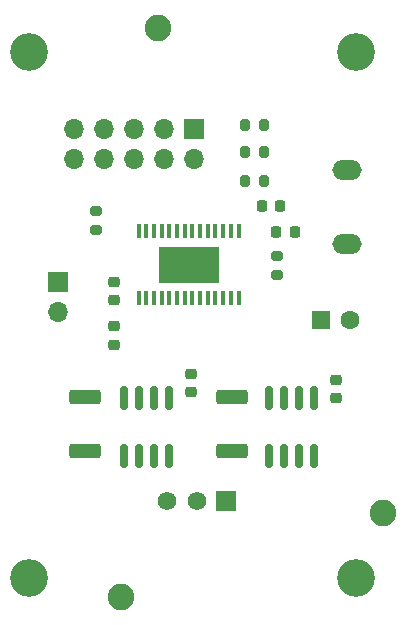
<source format=gbr>
%TF.GenerationSoftware,KiCad,Pcbnew,8.0.5*%
%TF.CreationDate,2025-12-29T14:40:48-06:00*%
%TF.ProjectId,FOC_DV,464f435f-4456-42e6-9b69-6361645f7063,rev?*%
%TF.SameCoordinates,Original*%
%TF.FileFunction,Soldermask,Top*%
%TF.FilePolarity,Negative*%
%FSLAX46Y46*%
G04 Gerber Fmt 4.6, Leading zero omitted, Abs format (unit mm)*
G04 Created by KiCad (PCBNEW 8.0.5) date 2025-12-29 14:40:48*
%MOMM*%
%LPD*%
G01*
G04 APERTURE LIST*
G04 Aperture macros list*
%AMRoundRect*
0 Rectangle with rounded corners*
0 $1 Rounding radius*
0 $2 $3 $4 $5 $6 $7 $8 $9 X,Y pos of 4 corners*
0 Add a 4 corners polygon primitive as box body*
4,1,4,$2,$3,$4,$5,$6,$7,$8,$9,$2,$3,0*
0 Add four circle primitives for the rounded corners*
1,1,$1+$1,$2,$3*
1,1,$1+$1,$4,$5*
1,1,$1+$1,$6,$7*
1,1,$1+$1,$8,$9*
0 Add four rect primitives between the rounded corners*
20,1,$1+$1,$2,$3,$4,$5,0*
20,1,$1+$1,$4,$5,$6,$7,0*
20,1,$1+$1,$6,$7,$8,$9,0*
20,1,$1+$1,$8,$9,$2,$3,0*%
G04 Aperture macros list end*
%ADD10C,3.200000*%
%ADD11R,0.399999X1.200000*%
%ADD12R,5.180000X3.099999*%
%ADD13C,0.399999*%
%ADD14RoundRect,0.200000X-0.275000X0.200000X-0.275000X-0.200000X0.275000X-0.200000X0.275000X0.200000X0*%
%ADD15R,1.750000X1.750000*%
%ADD16C,1.575000*%
%ADD17RoundRect,0.200000X-0.200000X-0.275000X0.200000X-0.275000X0.200000X0.275000X-0.200000X0.275000X0*%
%ADD18RoundRect,0.200000X0.275000X-0.200000X0.275000X0.200000X-0.275000X0.200000X-0.275000X-0.200000X0*%
%ADD19RoundRect,0.218750X0.218750X0.256250X-0.218750X0.256250X-0.218750X-0.256250X0.218750X-0.256250X0*%
%ADD20O,2.500000X1.700000*%
%ADD21C,2.250000*%
%ADD22RoundRect,0.150000X0.150000X-0.825000X0.150000X0.825000X-0.150000X0.825000X-0.150000X-0.825000X0*%
%ADD23R,1.700000X1.700000*%
%ADD24O,1.700000X1.700000*%
%ADD25RoundRect,0.250000X1.075000X-0.362500X1.075000X0.362500X-1.075000X0.362500X-1.075000X-0.362500X0*%
%ADD26RoundRect,0.200000X0.200000X0.275000X-0.200000X0.275000X-0.200000X-0.275000X0.200000X-0.275000X0*%
%ADD27RoundRect,0.225000X0.250000X-0.225000X0.250000X0.225000X-0.250000X0.225000X-0.250000X-0.225000X0*%
%ADD28RoundRect,0.225000X0.225000X0.250000X-0.225000X0.250000X-0.225000X-0.250000X0.225000X-0.250000X0*%
%ADD29RoundRect,0.225000X-0.250000X0.225000X-0.250000X-0.225000X0.250000X-0.225000X0.250000X0.225000X0*%
%ADD30C,1.600000*%
%ADD31R,1.600000X1.600000*%
G04 APERTURE END LIST*
D10*
%TO.C,H4*%
X162250000Y-54500000D03*
%TD*%
%TO.C,H3*%
X134500000Y-99000000D03*
%TD*%
%TO.C,H2*%
X134500000Y-54500000D03*
%TD*%
%TO.C,H1*%
X162250000Y-99000000D03*
%TD*%
D11*
%TO.C,U1*%
X143825000Y-75349999D03*
X144475001Y-75349999D03*
X145125000Y-75349999D03*
X145775001Y-75349999D03*
X146424999Y-75349999D03*
X147075001Y-75349999D03*
X147724999Y-75349999D03*
X148375001Y-75349999D03*
X149024999Y-75349999D03*
X149675001Y-75349999D03*
X150324999Y-75349999D03*
X150975000Y-75349999D03*
X151624999Y-75349999D03*
X152275000Y-75349999D03*
X152275000Y-69650001D03*
X151624999Y-69650001D03*
X150975000Y-69650001D03*
X150324999Y-69650001D03*
X149675001Y-69650001D03*
X149024999Y-69650001D03*
X148375001Y-69650001D03*
X147724999Y-69650001D03*
X147075001Y-69650001D03*
X146424999Y-69650001D03*
X145775001Y-69650001D03*
X145125000Y-69650001D03*
X144475001Y-69650001D03*
X143825000Y-69650001D03*
D12*
X148050000Y-72500000D03*
D13*
X146049999Y-73500001D03*
X147049999Y-73500001D03*
X148050000Y-73500001D03*
X149050001Y-73500001D03*
X150050001Y-73500001D03*
X146049999Y-72500000D03*
X147049999Y-72500000D03*
X148050000Y-72500000D03*
X149050001Y-72500000D03*
X150050001Y-72500000D03*
X146049999Y-71499999D03*
X147049999Y-71499999D03*
X148050000Y-71499999D03*
X149050001Y-71499999D03*
X150050001Y-71499999D03*
%TD*%
D14*
%TO.C,R7*%
X140250000Y-67925000D03*
X140250000Y-69575000D03*
%TD*%
D15*
%TO.C,J3*%
X151250000Y-92500000D03*
D16*
X148750000Y-92500000D03*
X146250000Y-92500000D03*
%TD*%
D17*
%TO.C,R6*%
X152825000Y-60700000D03*
X154475000Y-60700000D03*
%TD*%
D18*
%TO.C,R3*%
X155500000Y-73400000D03*
X155500000Y-71750000D03*
%TD*%
D19*
%TO.C,D1*%
X157037500Y-69750000D03*
X155462500Y-69750000D03*
%TD*%
D20*
%TO.C,REF\u002A\u002A*%
X161500000Y-70750000D03*
X161500000Y-64500000D03*
%TD*%
D21*
%TO.C,FID3*%
X142325000Y-100625000D03*
%TD*%
%TO.C,FID2*%
X164500000Y-93500000D03*
%TD*%
%TO.C,FID1*%
X145500000Y-52500000D03*
%TD*%
D22*
%TO.C,U4*%
X154845000Y-88725000D03*
X156115000Y-88725000D03*
X157385000Y-88725000D03*
X158655000Y-88725000D03*
X158655000Y-83775000D03*
X157385000Y-83775000D03*
X156115000Y-83775000D03*
X154845000Y-83775000D03*
%TD*%
%TO.C,U3*%
X142595000Y-88725000D03*
X143865000Y-88725000D03*
X145135000Y-88725000D03*
X146405000Y-88725000D03*
X146405000Y-83775000D03*
X145135000Y-83775000D03*
X143865000Y-83775000D03*
X142595000Y-83775000D03*
%TD*%
D23*
%TO.C,U2*%
X148540000Y-61000000D03*
D24*
X148540000Y-63540000D03*
X146000000Y-61000000D03*
X146000000Y-63540000D03*
X143460000Y-61000000D03*
X143460000Y-63540000D03*
X140920000Y-61000000D03*
X140920000Y-63540000D03*
X138380000Y-61000000D03*
X138380000Y-63540000D03*
%TD*%
D25*
%TO.C,R5*%
X151750000Y-88312500D03*
X151750000Y-83687500D03*
%TD*%
%TO.C,R4*%
X139250000Y-88312500D03*
X139250000Y-83687500D03*
%TD*%
D26*
%TO.C,R2*%
X154475000Y-63000000D03*
X152825000Y-63000000D03*
%TD*%
%TO.C,R1*%
X154475000Y-65400000D03*
X152825000Y-65400000D03*
%TD*%
D23*
%TO.C,J1*%
X137000000Y-74000000D03*
D24*
X137000000Y-76540000D03*
%TD*%
D27*
%TO.C,C6*%
X148250000Y-83275000D03*
X148250000Y-81725000D03*
%TD*%
%TO.C,C5*%
X160500000Y-83775000D03*
X160500000Y-82225000D03*
%TD*%
D28*
%TO.C,C4*%
X155775000Y-67500000D03*
X154225000Y-67500000D03*
%TD*%
D29*
%TO.C,C3*%
X141750000Y-75500000D03*
X141750000Y-73950000D03*
%TD*%
%TO.C,C2*%
X141750000Y-77725000D03*
X141750000Y-79275000D03*
%TD*%
D30*
%TO.C,C1*%
X161750000Y-77150000D03*
D31*
X159250000Y-77150000D03*
%TD*%
M02*

</source>
